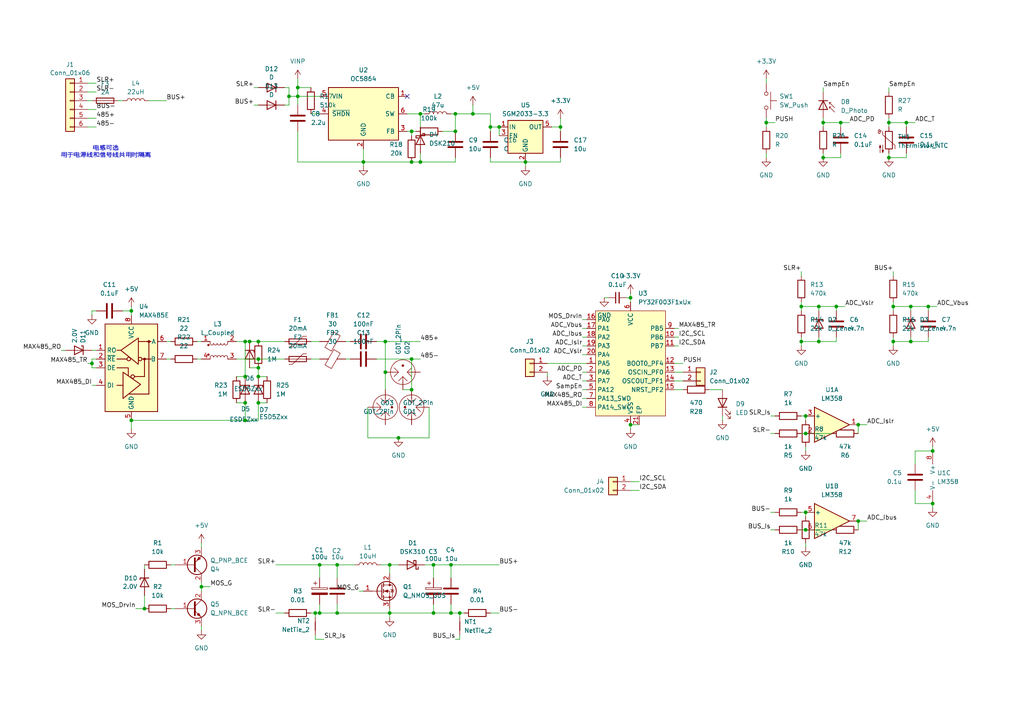
<source format=kicad_sch>
(kicad_sch (version 20231120) (generator "eeschema") (generator_version "8.0")
  (paper "A4")
  (junction (at 257.81 45.72))
  (junction (at 71.12 116.84))
  (junction (at 132.08 38.1))
  (junction (at 74.93 99.06))
  (junction (at 38.1 121.92))
  (junction (at 119.38 38.1))
  (junction (at 137.16 33.02))
  (junction (at 92.71 177.8))
  (junction (at 248.92 151.13))
  (junction (at 257.81 35.56))
  (junction (at 38.1 90.17))
  (junction (at 71.12 121.92))
  (junction (at 119.38 46.99))
  (junction (at 119.38 113.03))
  (junction (at 270.51 130.81))
  (junction (at 26.67 105.41))
  (junction (at 248.92 123.19))
  (junction (at 125.73 163.83))
  (junction (at 72.39 99.06))
  (junction (at 130.81 163.83))
  (junction (at 142.24 36.83))
  (junction (at 111.76 107.95))
  (junction (at 232.41 88.9))
  (junction (at 182.88 123.19))
  (junction (at 233.68 120.65))
  (junction (at 97.79 177.8))
  (junction (at 222.25 35.56))
  (junction (at 242.57 88.9))
  (junction (at 133.35 177.8))
  (junction (at 71.12 99.06))
  (junction (at 162.56 36.83))
  (junction (at 264.16 88.9))
  (junction (at 105.41 46.99))
  (junction (at 237.49 99.06))
  (junction (at 111.76 99.06))
  (junction (at 74.93 116.84))
  (junction (at 41.91 176.53))
  (junction (at 259.08 88.9))
  (junction (at 259.08 99.06))
  (junction (at 91.44 177.8))
  (junction (at 238.76 45.72))
  (junction (at 119.38 104.14))
  (junction (at 233.68 148.59))
  (junction (at 92.71 163.83))
  (junction (at 152.4 46.99))
  (junction (at 113.03 177.8))
  (junction (at 132.08 33.02))
  (junction (at 74.93 106.68))
  (junction (at 125.73 177.8))
  (junction (at 243.84 35.56))
  (junction (at 71.12 109.22))
  (junction (at 269.24 88.9))
  (junction (at 232.41 99.06))
  (junction (at 58.42 170.18))
  (junction (at 233.68 153.67))
  (junction (at 74.93 104.14))
  (junction (at 86.36 27.94))
  (junction (at 264.16 99.06))
  (junction (at 144.78 36.83))
  (junction (at 233.68 125.73))
  (junction (at 182.88 86.36))
  (junction (at 237.49 88.9))
  (junction (at 121.92 46.99))
  (junction (at 238.76 35.56))
  (junction (at 86.36 25.4))
  (junction (at 121.92 33.02))
  (junction (at 270.51 146.05))
  (junction (at 130.81 177.8))
  (junction (at 83.82 27.94))
  (junction (at 262.89 35.56))
  (junction (at 115.57 127))
  (junction (at 97.79 163.83))
  (junction (at 113.03 163.83))
  (junction (at 74.93 109.22))
  (no_connect (at 118.11 27.94))
  (wire (pts (xy 35.56 90.17) (xy 38.1 90.17)))
  (wire (pts (xy 142.24 33.02) (xy 137.16 33.02)))
  (wire (pts (xy 125.73 167.64) (xy 125.73 163.83)))
  (wire (pts (xy 97.79 163.83) (xy 102.87 163.83)))
  (wire (pts (xy 182.88 123.19) (xy 182.88 124.46)))
  (wire (pts (xy 17.78 101.6) (xy 19.05 101.6)))
  (wire (pts (xy 106.68 118.11) (xy 106.68 127)))
  (wire (pts (xy 86.36 38.1) (xy 86.36 46.99)))
  (wire (pts (xy 264.16 88.9) (xy 269.24 88.9)))
  (wire (pts (xy 262.89 35.56) (xy 265.43 35.56)))
  (wire (pts (xy 26.67 105.41) (xy 26.67 106.68)))
  (wire (pts (xy 222.25 35.56) (xy 222.25 36.83)))
  (wire (pts (xy 133.35 179.07) (xy 133.35 177.8)))
  (wire (pts (xy 248.92 151.13) (xy 251.46 151.13)))
  (wire (pts (xy 93.98 185.42) (xy 91.44 185.42)))
  (wire (pts (xy 222.25 44.45) (xy 222.25 45.72)))
  (wire (pts (xy 257.81 36.83) (xy 257.81 35.56)))
  (wire (pts (xy 241.3 153.67) (xy 233.68 153.67)))
  (wire (pts (xy 223.52 125.73) (xy 224.79 125.73)))
  (wire (pts (xy 195.58 105.41) (xy 198.12 105.41)))
  (wire (pts (xy 232.41 125.73) (xy 233.68 125.73)))
  (wire (pts (xy 86.36 46.99) (xy 105.41 46.99)))
  (wire (pts (xy 80.01 163.83) (xy 92.71 163.83)))
  (wire (pts (xy 34.29 29.21) (xy 35.56 29.21)))
  (wire (pts (xy 74.93 104.14) (xy 74.93 106.68)))
  (wire (pts (xy 152.4 46.99) (xy 162.56 46.99)))
  (wire (pts (xy 38.1 121.92) (xy 71.12 121.92)))
  (wire (pts (xy 128.27 38.1) (xy 132.08 38.1)))
  (wire (pts (xy 91.44 179.07) (xy 91.44 177.8)))
  (wire (pts (xy 243.84 35.56) (xy 243.84 36.83)))
  (wire (pts (xy 168.91 115.57) (xy 170.18 115.57)))
  (wire (pts (xy 142.24 38.1) (xy 142.24 36.83)))
  (wire (pts (xy 91.44 177.8) (xy 92.71 177.8)))
  (wire (pts (xy 74.93 116.84) (xy 77.47 116.84)))
  (wire (pts (xy 49.53 104.14) (xy 48.26 104.14)))
  (wire (pts (xy 233.68 130.81) (xy 233.68 129.54)))
  (wire (pts (xy 121.92 33.02) (xy 123.19 33.02)))
  (wire (pts (xy 257.81 44.45) (xy 257.81 45.72)))
  (wire (pts (xy 106.68 127) (xy 115.57 127)))
  (wire (pts (xy 68.58 116.84) (xy 71.12 116.84)))
  (wire (pts (xy 83.82 25.4) (xy 83.82 27.94)))
  (wire (pts (xy 82.55 104.14) (xy 74.93 104.14)))
  (wire (pts (xy 259.08 99.06) (xy 259.08 97.79)))
  (wire (pts (xy 265.43 134.62) (xy 265.43 130.81)))
  (wire (pts (xy 124.46 127) (xy 115.57 127)))
  (wire (pts (xy 80.01 177.8) (xy 82.55 177.8)))
  (wire (pts (xy 86.36 25.4) (xy 90.17 25.4)))
  (wire (pts (xy 118.11 33.02) (xy 121.92 33.02)))
  (wire (pts (xy 73.66 30.48) (xy 74.93 30.48)))
  (wire (pts (xy 168.91 92.71) (xy 170.18 92.71)))
  (wire (pts (xy 111.76 99.06) (xy 111.76 107.95)))
  (wire (pts (xy 130.81 33.02) (xy 132.08 33.02)))
  (wire (pts (xy 176.53 86.36) (xy 175.26 86.36)))
  (wire (pts (xy 238.76 44.45) (xy 238.76 45.72)))
  (wire (pts (xy 198.12 113.03) (xy 195.58 113.03)))
  (wire (pts (xy 86.36 22.86) (xy 86.36 25.4)))
  (wire (pts (xy 142.24 177.8) (xy 144.78 177.8)))
  (wire (pts (xy 86.36 27.94) (xy 86.36 30.48)))
  (wire (pts (xy 233.68 158.75) (xy 233.68 157.48)))
  (wire (pts (xy 243.84 44.45) (xy 243.84 45.72)))
  (wire (pts (xy 71.12 116.84) (xy 71.12 121.92)))
  (wire (pts (xy 242.57 97.79) (xy 242.57 99.06)))
  (wire (pts (xy 262.89 35.56) (xy 262.89 36.83)))
  (wire (pts (xy 130.81 177.8) (xy 125.73 177.8)))
  (wire (pts (xy 133.35 185.42) (xy 132.08 185.42)))
  (wire (pts (xy 58.42 99.06) (xy 57.15 99.06)))
  (wire (pts (xy 97.79 175.26) (xy 97.79 177.8)))
  (wire (pts (xy 195.58 97.79) (xy 196.85 97.79)))
  (wire (pts (xy 142.24 33.02) (xy 142.24 36.83)))
  (wire (pts (xy 237.49 99.06) (xy 232.41 99.06)))
  (wire (pts (xy 68.58 104.14) (xy 74.93 104.14)))
  (wire (pts (xy 137.16 30.48) (xy 137.16 33.02)))
  (wire (pts (xy 86.36 27.94) (xy 92.71 27.94)))
  (wire (pts (xy 110.49 163.83) (xy 113.03 163.83)))
  (wire (pts (xy 168.91 110.49) (xy 170.18 110.49)))
  (wire (pts (xy 26.67 111.76) (xy 27.94 111.76)))
  (wire (pts (xy 265.43 142.24) (xy 265.43 146.05)))
  (wire (pts (xy 91.44 185.42) (xy 91.44 184.15)))
  (wire (pts (xy 222.25 35.56) (xy 224.79 35.56)))
  (wire (pts (xy 232.41 148.59) (xy 233.68 148.59)))
  (wire (pts (xy 232.41 153.67) (xy 233.68 153.67)))
  (wire (pts (xy 113.03 176.53) (xy 113.03 177.8)))
  (wire (pts (xy 152.4 46.99) (xy 152.4 48.26)))
  (wire (pts (xy 259.08 88.9) (xy 259.08 90.17)))
  (wire (pts (xy 168.91 113.03) (xy 170.18 113.03)))
  (wire (pts (xy 232.41 99.06) (xy 232.41 97.79)))
  (wire (pts (xy 232.41 88.9) (xy 232.41 90.17)))
  (wire (pts (xy 270.51 146.05) (xy 270.51 147.32)))
  (wire (pts (xy 262.89 44.45) (xy 262.89 45.72)))
  (wire (pts (xy 264.16 90.17) (xy 264.16 88.9)))
  (wire (pts (xy 119.38 104.14) (xy 119.38 113.03)))
  (wire (pts (xy 130.81 175.26) (xy 130.81 177.8)))
  (wire (pts (xy 105.41 48.26) (xy 105.41 46.99)))
  (wire (pts (xy 237.49 97.79) (xy 237.49 99.06)))
  (wire (pts (xy 243.84 35.56) (xy 246.38 35.56)))
  (wire (pts (xy 232.41 120.65) (xy 233.68 120.65)))
  (wire (pts (xy 133.35 177.8) (xy 134.62 177.8)))
  (wire (pts (xy 223.52 153.67) (xy 224.79 153.67)))
  (wire (pts (xy 111.76 99.06) (xy 121.92 99.06)))
  (wire (pts (xy 72.39 106.68) (xy 74.93 106.68)))
  (wire (pts (xy 223.52 148.59) (xy 224.79 148.59)))
  (wire (pts (xy 68.58 109.22) (xy 71.12 109.22)))
  (wire (pts (xy 121.92 44.45) (xy 121.92 46.99)))
  (wire (pts (xy 25.4 34.29) (xy 27.94 34.29)))
  (wire (pts (xy 162.56 36.83) (xy 160.02 36.83)))
  (wire (pts (xy 38.1 90.17) (xy 38.1 91.44)))
  (wire (pts (xy 58.42 104.14) (xy 57.15 104.14)))
  (wire (pts (xy 25.4 36.83) (xy 27.94 36.83)))
  (wire (pts (xy 162.56 34.29) (xy 162.56 36.83)))
  (wire (pts (xy 58.42 170.18) (xy 60.96 170.18)))
  (wire (pts (xy 233.68 148.59) (xy 233.68 149.86)))
  (wire (pts (xy 100.33 104.14) (xy 101.6 104.14)))
  (wire (pts (xy 27.94 31.75) (xy 25.4 31.75)))
  (wire (pts (xy 248.92 123.19) (xy 251.46 123.19)))
  (wire (pts (xy 92.71 175.26) (xy 92.71 177.8)))
  (wire (pts (xy 100.33 99.06) (xy 101.6 99.06)))
  (wire (pts (xy 158.75 105.41) (xy 170.18 105.41)))
  (wire (pts (xy 168.91 107.95) (xy 170.18 107.95)))
  (wire (pts (xy 90.17 177.8) (xy 91.44 177.8)))
  (wire (pts (xy 113.03 177.8) (xy 113.03 179.07)))
  (wire (pts (xy 82.55 25.4) (xy 83.82 25.4)))
  (wire (pts (xy 121.92 36.83) (xy 121.92 33.02)))
  (wire (pts (xy 259.08 99.06) (xy 259.08 100.33)))
  (wire (pts (xy 142.24 46.99) (xy 152.4 46.99)))
  (wire (pts (xy 74.93 106.68) (xy 74.93 109.22)))
  (wire (pts (xy 104.14 171.45) (xy 105.41 171.45)))
  (wire (pts (xy 27.94 104.14) (xy 26.67 104.14)))
  (wire (pts (xy 123.19 163.83) (xy 125.73 163.83)))
  (wire (pts (xy 168.91 100.33) (xy 170.18 100.33)))
  (wire (pts (xy 181.61 86.36) (xy 182.88 86.36)))
  (wire (pts (xy 109.22 99.06) (xy 111.76 99.06)))
  (wire (pts (xy 144.78 36.83) (xy 144.78 39.37)))
  (wire (pts (xy 26.67 91.44) (xy 26.67 90.17)))
  (wire (pts (xy 222.25 22.86) (xy 222.25 24.13)))
  (wire (pts (xy 182.88 85.09) (xy 182.88 86.36)))
  (wire (pts (xy 71.12 99.06) (xy 71.12 109.22)))
  (wire (pts (xy 257.81 25.4) (xy 257.81 26.67)))
  (wire (pts (xy 137.16 33.02) (xy 132.08 33.02)))
  (wire (pts (xy 162.56 46.99) (xy 162.56 45.72)))
  (wire (pts (xy 182.88 142.24) (xy 185.42 142.24)))
  (wire (pts (xy 58.42 181.61) (xy 58.42 182.88)))
  (wire (pts (xy 238.76 35.56) (xy 243.84 35.56)))
  (wire (pts (xy 41.91 172.72) (xy 41.91 176.53)))
  (wire (pts (xy 41.91 163.83) (xy 41.91 165.1)))
  (wire (pts (xy 158.75 107.95) (xy 158.75 109.22)))
  (wire (pts (xy 38.1 88.9) (xy 38.1 90.17)))
  (wire (pts (xy 74.93 99.06) (xy 82.55 99.06)))
  (wire (pts (xy 241.3 125.73) (xy 233.68 125.73)))
  (wire (pts (xy 242.57 99.06) (xy 237.49 99.06)))
  (wire (pts (xy 248.92 151.13) (xy 248.92 153.67)))
  (wire (pts (xy 195.58 107.95) (xy 198.12 107.95)))
  (wire (pts (xy 74.93 121.92) (xy 71.12 121.92)))
  (wire (pts (xy 72.39 99.06) (xy 74.93 99.06)))
  (wire (pts (xy 74.93 109.22) (xy 77.47 109.22)))
  (wire (pts (xy 195.58 110.49) (xy 198.12 110.49)))
  (wire (pts (xy 232.41 99.06) (xy 232.41 100.33)))
  (wire (pts (xy 182.88 139.7) (xy 185.42 139.7)))
  (wire (pts (xy 119.38 38.1) (xy 119.38 39.37)))
  (wire (pts (xy 168.91 102.87) (xy 170.18 102.87)))
  (wire (pts (xy 119.38 46.99) (xy 105.41 46.99)))
  (wire (pts (xy 49.53 176.53) (xy 50.8 176.53)))
  (wire (pts (xy 132.08 46.99) (xy 121.92 46.99)))
  (wire (pts (xy 26.67 101.6) (xy 27.94 101.6)))
  (wire (pts (xy 142.24 36.83) (xy 144.78 36.83)))
  (wire (pts (xy 133.35 185.42) (xy 133.35 184.15)))
  (wire (pts (xy 130.81 163.83) (xy 125.73 163.83)))
  (wire (pts (xy 242.57 90.17) (xy 242.57 88.9)))
  (wire (pts (xy 259.08 87.63) (xy 259.08 88.9)))
  (wire (pts (xy 83.82 27.94) (xy 86.36 27.94)))
  (wire (pts (xy 182.88 86.36) (xy 182.88 87.63)))
  (wire (pts (xy 38.1 121.92) (xy 38.1 124.46)))
  (wire (pts (xy 90.17 104.14) (xy 92.71 104.14)))
  (wire (pts (xy 124.46 118.11) (xy 124.46 127)))
  (wire (pts (xy 92.71 163.83) (xy 97.79 163.83)))
  (wire (pts (xy 119.38 104.14) (xy 121.92 104.14)))
  (wire (pts (xy 58.42 170.18) (xy 58.42 171.45)))
  (wire (pts (xy 248.92 125.73) (xy 248.92 123.19)))
  (wire (pts (xy 73.66 25.4) (xy 74.93 25.4)))
  (wire (pts (xy 257.81 35.56) (xy 262.89 35.56)))
  (wire (pts (xy 132.08 45.72) (xy 132.08 46.99)))
  (wire (pts (xy 125.73 177.8) (xy 113.03 177.8)))
  (wire (pts (xy 168.91 97.79) (xy 170.18 97.79)))
  (wire (pts (xy 264.16 99.06) (xy 259.08 99.06)))
  (wire (pts (xy 83.82 27.94) (xy 83.82 30.48)))
  (wire (pts (xy 269.24 90.17) (xy 269.24 88.9)))
  (wire (pts (xy 125.73 175.26) (xy 125.73 177.8)))
  (wire (pts (xy 182.88 123.19) (xy 185.42 123.19)))
  (wire (pts (xy 132.08 33.02) (xy 132.08 38.1)))
  (wire (pts (xy 232.41 78.74) (xy 232.41 80.01)))
  (wire (pts (xy 269.24 99.06) (xy 264.16 99.06)))
  (wire (pts (xy 269.24 97.79) (xy 269.24 99.06)))
  (wire (pts (xy 58.42 157.48) (xy 58.42 158.75)))
  (wire (pts (xy 265.43 130.81) (xy 270.51 130.81)))
  (wire (pts (xy 26.67 90.17) (xy 27.94 90.17)))
  (wire (pts (xy 162.56 38.1) (xy 162.56 36.83)))
  (wire (pts (xy 237.49 88.9) (xy 242.57 88.9)))
  (wire (pts (xy 265.43 146.05) (xy 270.51 146.05)))
  (wire (pts (xy 25.4 105.41) (xy 26.67 105.41)))
  (wire (pts (xy 130.81 177.8) (xy 133.35 177.8)))
  (wire (pts (xy 130.81 163.83) (xy 144.78 163.83)))
  (wire (pts (xy 233.68 120.65) (xy 233.68 121.92)))
  (wire (pts (xy 27.94 26.67) (xy 25.4 26.67)))
  (wire (pts (xy 71.12 99.06) (xy 72.39 99.06)))
  (wire (pts (xy 223.52 120.65) (xy 224.79 120.65)))
  (wire (pts (xy 168.91 118.11) (xy 170.18 118.11)))
  (wire (pts (xy 97.79 177.8) (xy 113.03 177.8)))
  (wire (pts (xy 26.67 104.14) (xy 26.67 105.41)))
  (wire (pts (xy 209.55 113.03) (xy 205.74 113.03)))
  (wire (pts (xy 238.76 34.29) (xy 238.76 35.56)))
  (wire (pts (xy 26.67 29.21) (xy 25.4 29.21)))
  (wire (pts (xy 121.92 46.99) (xy 119.38 46.99)))
  (wire (pts (xy 257.81 34.29) (xy 257.81 35.56)))
  (wire (pts (xy 68.58 99.06) (xy 71.12 99.06)))
  (wire (pts (xy 222.25 34.29) (xy 222.25 35.56)))
  (wire (pts (xy 238.76 25.4) (xy 238.76 26.67)))
  (wire (pts (xy 232.41 87.63) (xy 232.41 88.9)))
  (wire (pts (xy 92.71 167.64) (xy 92.71 163.83)))
  (wire (pts (xy 168.91 95.25) (xy 170.18 95.25)))
  (wire (pts (xy 82.55 30.48) (xy 83.82 30.48)))
  (wire (pts (xy 237.49 90.17) (xy 237.49 88.9)))
  (wire (pts (xy 264.16 97.79) (xy 264.16 99.06)))
  (wire (pts (xy 27.94 24.13) (xy 25.4 24.13)))
  (wire (pts (xy 86.36 25.4) (xy 86.36 27.94)))
  (wire (pts (xy 142.24 45.72) (xy 142.24 46.99)))
  (wire (pts (xy 195.58 95.25) (xy 196.85 95.25)))
  (wire (pts (xy 242.57 88.9) (xy 245.11 88.9)))
  (wire (pts (xy 39.37 176.53) (xy 41.91 176.53)))
  (wire (pts (xy 97.79 167.64) (xy 97.79 163.83)))
  (wire (pts (xy 238.76 45.72) (xy 243.84 45.72)))
  (wire (pts (xy 49.53 163.83) (xy 50.8 163.83)))
  (wire (pts (xy 259.08 78.74) (xy 259.08 80.01)))
  (wire (pts (xy 118.11 38.1) (xy 119.38 38.1)))
  (wire (pts (xy 238.76 35.56) (xy 238.76 36.83)))
  (wire (pts (xy 209.55 120.65) (xy 209.55 121.92)))
  (wire (pts (xy 130.81 167.64) (xy 130.81 163.83)))
  (wire (pts (xy 111.76 107.95) (xy 111.76 113.03)))
  (wire (pts (xy 262.89 45.72) (xy 257.81 45.72)))
  (wire (pts (xy 92.71 177.8) (xy 97.79 177.8)))
  (wire (pts (xy 113.03 163.83) (xy 115.57 163.83)))
  (wire (pts (xy 116.84 113.03) (xy 119.38 113.03)))
  (wire (pts (xy 74.93 116.84) (xy 74.93 121.92)))
  (wire (pts (xy 259.08 88.9) (xy 264.16 88.9)))
  (wire (pts (xy 26.67 106.68) (xy 27.94 106.68)))
  (wire (pts (xy 109.22 104.14) (xy 119.38 104.14)))
  (wire (pts (xy 49.53 99.06) (xy 48.26 99.06)))
  (wire (pts (xy 113.03 163.83) (xy 113.03 166.37)))
  (wire (pts (xy 269.24 88.9) (xy 271.78 88.9)))
  (wire (pts (xy 58.42 168.91) (xy 58.42 170.18)))
  (wire (pts (xy 90.17 99.06) (xy 92.71 99.06)))
  (wire (pts (xy 90.17 33.02) (xy 92.71 33.02)))
  (wire (pts (xy 195.58 100.33) (xy 196.85 100.33)))
  (wire (pts (xy 105.41 46.99) (xy 105.41 43.18)))
  (wire (pts (xy 43.18 29.21) (xy 48.26 29.21)))
  (wire (pts (xy 270.51 129.54) (xy 270.51 130.81)))
  (wire (pts (xy 119.38 38.1) (xy 120.65 38.1)))
  (wire (pts (xy 232.41 88.9) (xy 237.49 88.9)))
  (text "电感可选\n用于电源线和信号线共用时隔离" (at 30.734 44.196 0) (effects (font (size 1.27 1.27))))
  (label "MOS_G" (at 104.14 171.45 180))
  (label "ADC_PD" (at 246.38 35.56 0))
  (label "ADC_Ibus" (at 168.91 97.79 180))
  (label "MAX485_TR" (at 196.85 95.25 0))
  (label "MAX485_DI" (at 26.67 111.76 180))
  (label "I2C_SDA" (at 185.42 142.24 0))
  (label "SLR+" (at 27.94 24.13 0))
  (label "BUS_Is" (at 223.52 153.67 180))
  (label "ADC_Ibus" (at 251.46 151.13 0))
  (label "SampEn" (at 168.91 113.03 180))
  (label "PUSH" (at 224.79 35.56 0))
  (label "SampEn" (at 257.81 25.4 0))
  (label "BUS-" (at 223.52 148.59 180))
  (label "SLR-" (at 223.52 125.73 180))
  (label "SLR+" (at 232.41 78.74 180))
  (label "BUS+" (at 144.78 163.83 0))
  (label "SLR+" (at 73.66 25.4 180))
  (label "BUS+" (at 73.66 30.48 180))
  (label "PUSH" (at 198.12 105.41 0))
  (label "485-" (at 121.92 104.14 0))
  (label "485-" (at 27.94 36.83 0))
  (label "MAX485_TR" (at 25.4 105.41 180))
  (label "SLR_Is" (at 223.52 120.65 180))
  (label "BUS-" (at 27.94 31.75 0))
  (label "ADC_Vbus" (at 271.78 88.9 0))
  (label "BUS-" (at 144.78 177.8 0))
  (label "ADC_T" (at 265.43 35.56 0))
  (label "485+" (at 27.94 34.29 0))
  (label "MOS_DrvIn" (at 168.91 92.71 180))
  (label "MOS_DrvIn" (at 39.37 176.53 180))
  (label "SLR-" (at 27.94 26.67 0))
  (label "ADC_Vslr" (at 245.11 88.9 0))
  (label "485+" (at 121.92 99.06 0))
  (label "ADC_Islr" (at 168.91 100.33 180))
  (label "BUS+" (at 259.08 78.74 180))
  (label "SLR-" (at 80.01 177.8 180))
  (label "ADC_Vslr" (at 168.91 102.87 180))
  (label "MOS_G" (at 60.96 170.18 0))
  (label "ADC_Vbus" (at 168.91 95.25 180))
  (label "MAX485_RO" (at 168.91 115.57 180))
  (label "MAX485_DI" (at 168.91 118.11 180))
  (label "ADC_PD" (at 168.91 107.95 180))
  (label "BUS+" (at 48.26 29.21 0))
  (label "I2C_SCL" (at 185.42 139.7 0))
  (label "I2C_SCL" (at 196.85 97.79 0))
  (label "SLR+" (at 80.01 163.83 180))
  (label "SampEn" (at 238.76 25.4 0))
  (label "BUS_Is" (at 132.08 185.42 180))
  (label "MAX485_RO" (at 17.78 101.6 180))
  (label "ADC_Islr" (at 251.46 123.19 0))
  (label "I2C_SDA" (at 196.85 100.33 0))
  (label "SLR_Is" (at 93.98 185.42 0))
  (label "ADC_T" (at 168.91 110.49 180))
  (symbol (lib_id "Device:R") (at 259.08 83.82 0) (unit 1)
    (property "Reference" "R15" (at 261.62 82.5499 0) (effects (justify left)))
    (property "Value" "470k" (at 261.62 85.0899 0) (effects (justify left)))
    (property "Footprint" "Resistor_SMD:R_0603_1608Metric" (effects (hide yes)))
    (property "Description" "Resistor" (effects (hide yes)))
  )
  (symbol (lib_id "Device:D_Zener") (at 237.49 93.98 270) (unit 1)
    (property "Reference" "D2" (at 240.03 92.7099 90) (effects (justify left)))
    (property "Value" "D_Zener" (at 240.03 95.2499 90) (effects (justify left)))
    (property "Footprint" "Diode_SMD:D_SOD-523" (effects (hide yes)))
    (property "Description" "Zener diode" (effects (hide yes)))
  )
  (symbol (lib_id "Amplifier_Operational:LM358") (at 241.3 151.13 0) (unit 2)
    (property "Reference" "U1" (at 241.3 140.97 0))
    (property "Value" "LM358" (at 241.3 143.51 0))
    (property "Footprint" "Package_SO:SOP-8_3.9x4.9mm_P1.27mm" (effects (hide yes)))
    (property "Datasheet" "http://www.ti.com/lit/ds/symlink/lm2904-n.pdf" (effects (hide yes)))
    (property "Description" "Low-Power, Dual Operational Amplifiers, DIP-8/SOIC-8/TO-99-8" (effects (hide yes)))
  )
  (symbol (lib_id "Device:R") (at 232.41 93.98 0) (unit 1)
    (property "Reference" "R14" (at 234.95 92.7099 0) (effects (justify left)))
    (property "Value" "22k" (at 234.95 95.2499 0) (effects (justify left)))
    (property "Footprint" "Resistor_SMD:R_0402_1005Metric" (effects (hide yes)))
    (property "Description" "Resistor" (effects (hide yes)))
  )
  (symbol (lib_id "power:GND") (at 38.1 124.46 0) (unit 1)
    (property "Reference" "#PWR20" (effects (hide yes)))
    (property "Value" "GND" (at 38.1 129.54 0))
    (property "Description" "Power symbol creates a global label with name \"GND\" , ground" (effects (hide yes)))
  )
  (symbol (lib_id "Device:C") (at 130.81 171.45 0) (unit 1)
    (property "Reference" "C4" (at 129.286 159.512 0) (effects (justify left)))
    (property "Value" "10u" (at 129.032 162.052 0) (effects (justify left)))
    (property "Footprint" "Capacitor_SMD:C_1210_3225Metric" (effects (hide yes)))
    (property "Description" "Unpolarized capacitor" (effects (hide yes)))
  )
  (symbol (lib_id "Device:D") (at 78.74 25.4 180) (unit 1)
    (property "Reference" "D12" (at 78.74 19.9855 0))
    (property "Value" "D" (at 78.74 22.4098 0))
    (property "Footprint" "Diode_SMD:D_SOD-123F" (effects (hide yes)))
    (property "Description" "Diode" (effects (hide yes)))
    (property "Sim.Device" "D" (effects (hide yes)))
    (property "Sim.Pins" "1=K 2=A" (effects (hide yes)))
  )
  (symbol (lib_id "Device:NetTie_2") (at 133.35 181.61 90) (unit 1) (in_bom no)
    (property "Reference" "NT1" (at 134.62 180.3399 90) (effects (justify right)))
    (property "Value" "NetTie_2" (at 134.62 182.8799 90) (effects (justify right)))
    (property "Footprint" "NetTie:NetTie-2_SMD_Pad0.5mm" (effects (hide yes)))
    (property "Description" "Net tie, 2 pins" (effects (hide yes)))
  )
  (symbol (lib_id "Device:L_Coupled_1243") (at 63.5 101.6 0) (unit 1)
    (property "Reference" "L3" (at 63.119 93.98 0))
    (property "Value" "L_Coupled" (at 63.119 96.52 0))
    (property "Footprint" "Inductor_SMD:L_CommonModeChoke_Coilcraft_1812CAN" (effects (hide yes)))
    (property "Description" "Coupled inductor" (effects (hide yes)))
  )
  (symbol (lib_id "Device:C") (at 105.41 104.14 90) (unit 1)
    (property "Reference" "C13" (at 105.41 96.52 90))
    (property "Value" "100nF" (at 105.41 99.06 90))
    (property "Footprint" "Capacitor_SMD:C_0603_1608Metric" (effects (hide yes)))
    (property "Description" "Unpolarized capacitor" (effects (hide yes)))
  )
  (symbol (lib_id "power:GND") (at 222.25 45.72 0) (unit 1)
    (property "Reference" "#PWR18" (effects (hide yes)))
    (property "Value" "GND" (at 222.25 50.8 0))
    (property "Description" "Power symbol creates a global label with name \"GND\" , ground" (effects (hide yes)))
  )
  (symbol (lib_id "Device:R") (at 124.46 38.1 90) (unit 1)
    (property "Reference" "R19" (at 124.46 31.75 90))
    (property "Value" "100k" (at 124.46 34.29 90))
    (property "Footprint" "Resistor_SMD:R_0402_1005Metric" (effects (hide yes)))
    (property "Description" "Resistor" (effects (hide yes)))
  )
  (symbol (lib_id "Device:C") (at 31.75 90.17 90) (unit 1)
    (property "Reference" "C11" (at 31.75 82.55 90))
    (property "Value" "0.1uF" (at 31.75 85.09 90))
    (property "Footprint" "Capacitor_SMD:C_0603_1608Metric" (effects (hide yes)))
    (property "Description" "Unpolarized capacitor" (effects (hide yes)))
  )
  (symbol (lib_id "Device:C") (at 132.08 41.91 0) (unit 1)
    (property "Reference" "C9" (at 135.89 40.6399 0) (effects (justify left)))
    (property "Value" "10u" (at 135.89 43.1799 0) (effects (justify left)))
    (property "Footprint" "Capacitor_SMD:C_0805_2012Metric" (effects (hide yes)))
    (property "Description" "Unpolarized capacitor" (effects (hide yes)))
  )
  (symbol (lib_id "Device:FerriteBead") (at 96.52 99.06 90) (unit 1)
    (property "Reference" "FB1" (at 96.4692 91.44 90))
    (property "Value" "30" (at 96.4692 93.98 90))
    (property "Footprint" "Inductor_SMD:L_0603_1608Metric" (effects (hide yes)))
    (property "Description" "Ferrite bead" (effects (hide yes)))
  )
  (symbol (lib_id "Device:R") (at 74.93 102.87 0) (unit 1)
    (property "Reference" "R24" (at 77.47 101.5999 0) (effects (justify left)))
    (property "Value" "1M" (at 77.47 104.1399 0) (effects (justify left)))
    (property "Footprint" "Resistor_SMD:R_0603_1608Metric" (effects (hide yes)))
    (property "Description" "Resistor" (effects (hide yes)))
  )
  (symbol (lib_id "power:GND") (at 238.76 45.72 0) (unit 1)
    (property "Reference" "#PWR22" (effects (hide yes)))
    (property "Value" "GND" (at 238.76 50.8 0))
    (property "Description" "Power symbol creates a global label with name \"GND\" , ground" (effects (hide yes)))
  )
  (symbol (lib_id "Device:Q_NMOS_GDS") (at 110.49 171.45 0) (unit 1)
    (property "Reference" "Q1" (at 116.84 170.1799 0) (effects (justify left)))
    (property "Value" "Q_NMOS_GDS" (at 116.84 172.7199 0) (effects (justify left)))
    (property "Footprint" "Package_TO_SOT_SMD:SOT-23" (effects (hide yes)))
    (property "Description" "N-MOSFET transistor, gate/drain/source" (effects (hide yes)))
  )
  (symbol (lib_id "Amplifier_Operational:LM358") (at 241.3 123.19 0) (unit 1)
    (property "Reference" "U1" (at 241.3 113.03 0))
    (property "Value" "LM358" (at 241.3 115.57 0))
    (property "Footprint" "Package_SO:SOP-8_3.9x4.9mm_P1.27mm" (effects (hide yes)))
    (property "Datasheet" "http://www.ti.com/lit/ds/symlink/lm2904-n.pdf" (effects (hide yes)))
    (property "Description" "Low-Power, Dual Operational Amplifiers, DIP-8/SOIC-8/TO-99-8" (effects (hide yes)))
  )
  (symbol (lib_id "Device:R") (at 138.43 177.8 90) (unit 1)
    (property "Reference" "R4" (at 138.43 171.45 90))
    (property "Value" "0.01" (at 138.43 173.99 90))
    (property "Footprint" "Resistor_SMD:R_1206_3216Metric" (effects (hide yes)))
    (property "Description" "Resistor" (effects (hide yes)))
  )
  (symbol (lib_id "Device:R") (at 77.47 113.03 0) (unit 1)
    (property "Reference" "R25" (at 80.01 111.7599 0) (effects (justify left)))
    (property "Value" "1M" (at 80.01 114.2999 0) (effects (justify left)))
    (property "Footprint" "Resistor_SMD:R_0603_1608Metric" (effects (hide yes)))
    (property "Description" "Resistor" (effects (hide yes)))
  )
  (symbol (lib_id "power:+3.3V") (at 162.56 34.29 0) (unit 1)
    (property "Reference" "#PWR26" (effects (hide yes)))
    (property "Value" "+3.3V" (at 162.56 29.21 0))
    (property "Description" "Power symbol creates a global label with name \"+3.3V\"" (effects (hide yes)))
  )
  (symbol (lib_id "Device:L") (at 106.68 163.83 90) (unit 1)
    (property "Reference" "L1" (at 106.68 158.75 90))
    (property "Value" "10uH" (at 106.68 161.29 90))
    (property "Footprint" "Inductor_SMD:L_APV_APH0630" (effects (hide yes)))
    (property "Description" "Inductor" (effects (hide yes)))
  )
  (symbol (lib_id "Device:GDT_3Pin") (at 116.84 107.95 270) (mirror x) (unit 1)
    (property "Reference" "GD2" (at 118.1101 102.87 0) (effects (justify left)))
    (property "Value" "GDT_2Pin" (at 115.5701 102.87 0) (effects (justify left)))
    (property "Footprint" "Capacitor_SMD:C_1206_3216Metric" (effects (hide yes)))
    (property "Description" "Gas Discharge Tube with 3 Pins" (effects (hide yes)))
  )
  (symbol (lib_id "power:GND") (at 182.88 124.46 0) (unit 1)
    (property "Reference" "#PWR15" (effects (hide yes)))
    (property "Value" "GND" (at 182.88 129.54 0))
    (property "Description" "Power symbol creates a global label with name \"GND\" , ground" (effects (hide yes)))
  )
  (symbol (lib_id "Device:R") (at 232.41 83.82 0) (unit 1)
    (property "Reference" "R13" (at 234.95 82.5499 0) (effects (justify left)))
    (property "Value" "470k" (at 234.95 85.0899 0) (effects (justify left)))
    (property "Footprint" "Resistor_SMD:R_0603_1608Metric" (effects (hide yes)))
    (property "Description" "Resistor" (effects (hide yes)))
  )
  (symbol (lib_id "Device:Thermistor_NTC") (at 257.81 40.64 0) (unit 1)
    (property "Reference" "TH1" (at 260.35 39.6874 0) (effects (justify left)))
    (property "Value" "Thermistor_NTC" (at 260.35 42.2274 0) (effects (justify left)))
    (property "Footprint" "Resistor_SMD:R_0805_2012Metric" (effects (hide yes)))
    (property "Description" "Temperature dependent resistor, negative temperature coefficient" (effects (hide yes)))
  )
  (symbol (lib_id "power:+5V") (at 58.42 157.48 0) (unit 1)
    (property "Reference" "#PWR2" (effects (hide yes)))
    (property "Value" "+5V" (at 58.42 152.4 0))
    (property "Description" "Power symbol creates a global label with name \"+5V\"" (effects (hide yes)))
  )
  (symbol (lib_id "Device:Fuse") (at 30.48 29.21 90) (unit 1)
    (property "Reference" "F3" (at 30.48 24.3035 90))
    (property "Value" "2A" (at 30.48 26.7278 90))
    (property "Footprint" "Fuse:Fuse_1206_3216Metric" (effects (hide yes)))
    (property "Description" "Fuse" (effects (hide yes)))
  )
  (symbol (lib_id "Device:R") (at 45.72 163.83 90) (unit 1)
    (property "Reference" "R1" (at 45.72 157.48 90))
    (property "Value" "10k" (at 45.72 160.02 90))
    (property "Footprint" "Resistor_SMD:R_0402_1005Metric" (effects (hide yes)))
    (property "Description" "Resistor" (effects (hide yes)))
  )
  (symbol (lib_id "Device:Q_PNP_BCE") (at 55.88 163.83 0) (mirror x) (unit 1)
    (property "Reference" "Q4" (at 60.96 165.1001 0) (effects (justify left)))
    (property "Value" "Q_PNP_BCE" (at 60.96 162.5601 0) (effects (justify left)))
    (property "Footprint" "Package_TO_SOT_SMD:SOT-23" (effects (hide yes)))
    (property "Description" "PNP transistor, base/collector/emitter" (effects (hide yes)))
  )
  (symbol (lib_id "Device:R") (at 53.34 99.06 90) (unit 1)
    (property "Reference" "R21" (at 53.34 92.71 90))
    (property "Value" "22" (at 53.34 95.25 90))
    (property "Footprint" "Resistor_SMD:R_0603_1608Metric" (effects (hide yes)))
    (property "Description" "Resistor" (effects (hide yes)))
  )
  (symbol (lib_id "Device:R") (at 228.6 120.65 90) (unit 1)
    (property "Reference" "R7" (at 228.6 114.3 90))
    (property "Value" "1k" (at 228.6 116.84 90))
    (property "Footprint" "Resistor_SMD:R_0402_1005Metric" (effects (hide yes)))
    (property "Description" "Resistor" (effects (hide yes)))
  )
  (symbol (lib_id "Device:GDT_3Pin") (at 119.38 118.11 180) (unit 1)
    (property "Reference" "GD3" (at 114.3 116.8399 0) (effects (justify left)))
    (property "Value" "GDT_2Pin" (at 114.3 119.3799 0) (effects (justify left)))
    (property "Footprint" "Capacitor_SMD:C_1206_3216Metric" (effects (hide yes)))
    (property "Description" "Gas Discharge Tube with 3 Pins" (effects (hide yes)))
  )
  (symbol (lib_id "Device:LED") (at 209.55 116.84 90) (unit 1)
    (property "Reference" "D9" (at 213.36 117.1574 90) (effects (justify right)))
    (property "Value" "LED" (at 213.36 119.6974 90) (effects (justify right)))
    (property "Footprint" "LED_SMD:LED_0603_1608Metric" (effects (hide yes)))
    (property "Description" "Light emitting diode" (effects (hide yes)))
  )
  (symbol (lib_id "power:GND") (at 26.67 91.44 0) (unit 1)
    (property "Reference" "#PWR16" (effects (hide yes)))
    (property "Value" "GND" (at 26.67 96.52 0))
    (property "Description" "Power symbol creates a global label with name \"GND\" , ground" (effects (hide yes)))
  )
  (symbol (lib_id "Device:R") (at 45.72 176.53 90) (unit 1)
    (property "Reference" "R2" (at 45.72 170.18 90))
    (property "Value" "10k" (at 45.72 172.72 90))
    (property "Footprint" "Resistor_SMD:R_0402_1005Metric" (effects (hide yes)))
    (property "Description" "Resistor" (effects (hide yes)))
  )
  (symbol (lib_id "Device:R") (at 257.81 30.48 0) (unit 1)
    (property "Reference" "R27" (at 260.35 29.2099 0) (effects (justify left)))
    (property "Value" "R" (at 260.35 31.7499 0) (effects (justify left)))
    (property "Footprint" "Resistor_SMD:R_0402_1005Metric" (effects (hide yes)))
    (property "Description" "Resistor" (effects (hide yes)))
  )
  (symbol (lib_id "power:GND") (at 209.55 121.92 0) (unit 1)
    (property "Reference" "#PWR24" (effects (hide yes)))
    (property "Value" "GND" (at 209.55 127 0))
    (property "Description" "Power symbol creates a global label with name \"GND\" , ground" (effects (hide yes)))
  )
  (symbol (lib_id "Device:R") (at 228.6 153.67 90) (mirror x) (unit 1)
    (property "Reference" "R10" (at 228.6 160.02 90))
    (property "Value" "1k" (at 228.6 157.48 90))
    (property "Footprint" "Resistor_SMD:R_0402_1005Metric" (effects (hide yes)))
    (property "Description" "Resistor" (effects (hide yes)))
  )
  (symbol (lib_id "Device:R") (at 86.36 177.8 90) (unit 1)
    (property "Reference" "R3" (at 86.36 171.45 90))
    (property "Value" "0.01" (at 86.36 173.99 90))
    (property "Footprint" "Resistor_SMD:R_1206_3216Metric" (effects (hide yes)))
    (property "Description" "Resistor" (effects (hide yes)))
  )
  (symbol (lib_id "power:+3.3V") (at 222.25 22.86 0) (unit 1)
    (property "Reference" "#PWR17" (effects (hide yes)))
    (property "Value" "+3.3V" (at 222.25 17.78 0))
    (property "Description" "Power symbol creates a global label with name \"+3.3V\"" (effects (hide yes)))
  )
  (symbol (lib_id "Device:D_Zener") (at 264.16 93.98 270) (unit 1)
    (property "Reference" "D3" (at 266.7 92.7099 90) (effects (justify left)))
    (property "Value" "D_Zener" (at 266.7 95.2499 90) (effects (justify left)))
    (property "Footprint" "Diode_SMD:D_SOD-523" (effects (hide yes)))
    (property "Description" "Zener diode" (effects (hide yes)))
  )
  (symbol (lib_id "power:GND") (at 158.75 109.22 0) (unit 1)
    (property "Reference" "#PWR27" (effects (hide yes)))
    (property "Value" "GND" (at 158.75 114.3 0))
    (property "Description" "Power symbol creates a global label with name \"GND\" , ground" (effects (hide yes)))
  )
  (symbol (lib_id "Regulator_Linear:TLV70033_SOT23-5") (at 152.4 39.37 0) (unit 1)
    (property "Reference" "U5" (at 152.4 30.48 0))
    (property "Value" "SGM2033-3.3" (at 152.4 33.02 0))
    (property "Footprint" "Package_TO_SOT_SMD:SOT-23-5" (effects (hide yes)))
    (property "Datasheet" "http://www.ti.com/lit/ds/symlink/tlv700.pdf" (effects (hide yes)))
    (property "Description" "200mA Low Dropout Voltage Regulator, Fixed Output 3.3V, SOT-23-5" (effects (hide yes)))
  )
  (symbol (lib_id "Amplifier_Operational:LM358") (at 273.05 138.43 0) (unit 3)
    (property "Reference" "U1" (at 271.78 137.1599 0) (effects (justify left)))
    (property "Value" "LM358" (at 271.78 139.6999 0) (effects (justify left)))
    (property "Footprint" "Package_SO:SOP-8_3.9x4.9mm_P1.27mm" (effects (hide yes)))
    (property "Datasheet" "http://www.ti.com/lit/ds/symlink/lm2904-n.pdf" (effects (hide yes)))
    (property "Description" "Low-Power, Dual Operational Amplifiers, DIP-8/SOIC-8/TO-99-8" (effects (hide yes)))
  )
  (symbol (lib_id "power:GND") (at 233.68 158.75 0) (unit 1)
    (property "Reference" "#PWR5" (effects (hide yes)))
    (property "Value" "GND" (at 233.68 163.83 0))
    (property "Description" "Power symbol creates a global label with name \"GND\" , ground" (effects (hide yes)))
  )
  (symbol (lib_id "Device:D_Schottky") (at 119.38 163.83 180) (unit 1)
    (property "Reference" "D1" (at 119.6975 157.48 0))
    (property "Value" "DSK310" (at 119.6975 160.02 0))
    (property "Footprint" "Diode_SMD:D_SOD-123F" (effects (hide yes)))
    (property "Description" "Schottky diode" (effects (hide yes)))
  )
  (symbol (lib_id "Device:C") (at 142.24 41.91 0) (unit 1)
    (property "Reference" "C16" (at 146.05 40.6399 0) (effects (justify left)))
    (property "Value" "C" (at 146.05 43.1799 0) (effects (justify left)))
    (property "Footprint" "Capacitor_SMD:C_0805_2012Metric" (effects (hide yes)))
    (property "Description" "Unpolarized capacitor" (effects (hide yes)))
  )
  (symbol (lib_id "Diode:ESD5Zxx") (at 72.39 102.87 270) (unit 1)
    (property "Reference" "D6" (at 71.12 109.728 90) (effects (justify left)))
    (property "Value" "ESD5Zxx" (at 67.818 112.776 90) (effects (justify left)))
    (property "Footprint" "Diode_SMD:D_SOD-323" (effects (hide yes)))
    (property "Datasheet" "https://www.onsemi.com/pdf/datasheet/esd5z2.5t1-d.pdf" (effects (hide yes)))
    (property "Description" "ESD Protection Diode, SOD-523" (effects (hide yes)))
  )
  (symbol (lib_id "power:GND") (at 257.81 45.72 0) (unit 1)
    (property "Reference" "#PWR23" (effects (hide yes)))
    (property "Value" "GND" (at 257.81 50.8 0))
    (property "Description" "Power symbol creates a global label with name \"GND\" , ground" (effects (hide yes)))
  )
  (symbol (lib_id "Device:R") (at 201.93 113.03 90) (mirror x) (unit 1)
    (property "Reference" "R28" (at 201.93 119.38 90))
    (property "Value" "470" (at 201.93 116.84 90))
    (property "Footprint" "Resistor_SMD:R_0402_1005Metric" (effects (hide yes)))
    (property "Description" "Resistor" (effects (hide yes)))
  )
  (symbol (lib_id "Device:C") (at 262.89 40.64 0) (unit 1)
    (property "Reference" "C15" (at 266.7 39.3699 0) (effects (justify left)))
    (property "Value" "0.1uF" (at 266.7 41.9099 0) (effects (justify left)))
    (property "Footprint" "Capacitor_SMD:C_0402_1005Metric" (effects (hide yes)))
    (property "Description" "Unpolarized capacitor" (effects (hide yes)))
  )
  (symbol (lib_id "Device:Polyfuse") (at 86.36 99.06 90) (unit 1)
    (property "Reference" "F1" (at 86.36 92.71 90))
    (property "Value" "20mA" (at 86.36 95.25 90))
    (property "Footprint" "Fuse:Fuse_0603_1608Metric" (effects (hide yes)))
    (property "Description" "Resettable fuse, polymeric positive temperature coefficient" (effects (hide yes)))
  )
  (symbol (lib_id "Device:C") (at 162.56 41.91 0) (unit 1)
    (property "Reference" "C17" (at 166.37 40.6399 0) (effects (justify left)))
    (property "Value" "10u" (at 166.37 43.1799 0) (effects (justify left)))
    (property "Footprint" "Capacitor_SMD:C_0805_2012Metric" (effects (hide yes)))
    (property "Description" "Unpolarized capacitor" (effects (hide yes)))
  )
  (symbol (lib_id "Device:R") (at 68.58 113.03 0) (mirror y) (unit 1)
    (property "Reference" "R23" (at 66.04 111.7599 0) (effects (justify left)))
    (property "Value" "1M" (at 66.04 114.2999 0) (effects (justify left)))
    (property "Footprint" "Resistor_SMD:R_0603_1608Metric" (effects (hide yes)))
    (property "Description" "Resistor" (effects (hide yes)))
  )
  (symbol (lib_id "Connector_Generic:Conn_01x02") (at 203.2 107.95 0) (unit 1)
    (property "Reference" "J2" (at 205.74 107.9499 0) (effects (justify left)))
    (property "Value" "Conn_01x02" (at 205.74 110.4899 0) (effects (justify left)))
    (property "Footprint" "Resistor_SMD:R_0603_1608Metric" (effects (hide yes)))
    (property "Description" "Generic connector, single row, 01x02, script generated (kicad-library-utils/schlib/autogen/connector/)" (effects (hide yes)))
  )
  (symbol (lib_id "Device:C") (at 86.36 34.29 180) (unit 1)
    (property "Reference" "C8" (at 90.17 33.0199 0) (effects (justify right)))
    (property "Value" "2.2u" (at 90.17 35.5599 0) (effects (justify right)))
    (property "Footprint" "Capacitor_SMD:C_0805_2012Metric" (effects (hide yes)))
    (property "Description" "Unpolarized capacitor" (effects (hide yes)))
  )
  (symbol (lib_id "power:+5V") (at 270.51 129.54 0) (unit 1)
    (property "Reference" "#PWR6" (effects (hide yes)))
    (property "Value" "+5V" (at 270.51 124.46 0))
    (property "Description" "Power symbol creates a global label with name \"+5V\"" (effects (hide yes)))
  )
  (symbol (lib_id "Device:Q_NPN_BCE") (at 55.88 176.53 0) (unit 1)
    (property "Reference" "Q5" (at 60.96 175.2599 0) (effects (justify left)))
    (property "Value" "Q_NPN_BCE" (at 60.96 177.7999 0) (effects (justify left)))
    (property "Footprint" "Package_TO_SOT_SMD:SOT-23" (effects (hide yes)))
    (property "Description" "NPN transistor, base/collector/emitter" (effects (hide yes)))
  )
  (symbol (lib_id "Switch:SW_Push") (at 222.25 29.21 270) (unit 1)
    (property "Reference" "SW1" (at 226.06 27.9399 90) (effects (justify left)))
    (property "Value" "SW_Push" (at 226.06 30.4799 90) (effects (justify left)))
    (property "Footprint" "Button_Switch_SMD:SW_Push_SPST_NO_Alps_SKRK" (effects (hide yes)))
    (property "Description" "Push button switch, generic, two pins" (effects (hide yes)))
  )
  (symbol (lib_id "Device:R") (at 228.6 148.59 90) (unit 1)
    (property "Reference" "R9" (at 228.6 142.24 90))
    (property "Value" "1k" (at 228.6 144.78 90))
    (property "Footprint" "Resistor_SMD:R_0402_1005Metric" (effects (hide yes)))
    (property "Description" "Resistor" (effects (hide yes)))
  )
  (symbol (lib_id "Diode:ESD5Zxx") (at 71.12 113.03 270) (unit 1)
    (property "Reference" "D5" (at 69.85 118.618 90) (effects (justify left)))
    (property "Value" "ESD5Zxx" (at 66.548 121.666 90) (effects (justify left)))
    (property "Footprint" "Diode_SMD:D_SOD-323" (effects (hide yes)))
    (property "Datasheet" "https://www.onsemi.com/pdf/datasheet/esd5z2.5t1-d.pdf" (effects (hide yes)))
    (property "Description" "ESD Protection Diode, SOD-523" (effects (hide yes)))
  )
  (symbol (lib_id "Device:D_Photo") (at 238.76 31.75 270) (unit 1)
    (property "Reference" "D8" (at 243.84 29.5274 90) (effects (justify left)))
    (property "Value" "D_Photo" (at 243.84 32.0674 90) (effects (justify left)))
    (property "Footprint" "Diode_SMD:D_0805_2012Metric" (effects (hide yes)))
    (property "Description" "Photodiode" (effects (hide yes)))
  )
  (symbol (lib_id "power:+5V") (at 38.1 88.9 0) (unit 1)
    (property "Reference" "#PWR19" (effects (hide yes)))
    (property "Value" "+5V" (at 38.1 83.82 0))
    (property "Description" "Power symbol creates a global label with name \"+5V\"" (effects (hide yes)))
  )
  (symbol (lib_id "Device:C") (at 242.57 93.98 0) (unit 1)
    (property "Reference" "C6" (at 246.38 92.7099 0) (effects (justify left)))
    (property "Value" "4.7n" (at 246.38 95.2499 0) (effects (justify left)))
    (property "Footprint" "Capacitor_SMD:C_0402_1005Metric" (effects (hide yes)))
    (property "Description" "Unpolarized capacitor" (effects (hide yes)))
  )
  (symbol (lib_id "Connector_Generic:Conn_01x02") (at 153.67 105.41 0) (mirror y) (unit 1)
    (property "Reference" "J3" (at 153.67 99.06 0))
    (property "Value" "Conn_01x02" (at 153.67 101.6 0))
    (property "Footprint" "Resistor_SMD:R_0603_1608Metric" (effects (hide yes)))
    (property "Description" "Generic connector, single row, 01x02, script generated (kicad-library-utils/schlib/autogen/connector/)" (effects (hide yes)))
  )
  (symbol (lib_id "Device:R") (at 228.6 125.73 90) (mirror x) (unit 1)
    (property "Reference" "R5" (at 228.6 132.08 90))
    (property "Value" "1k" (at 228.6 129.54 90))
    (property "Footprint" "Resistor_SMD:R_0402_1005Metric" (effects (hide yes)))
    (property "Description" "Resistor" (effects (hide yes)))
  )
  (symbol (lib_id "Device:R") (at 119.38 43.18 0) (mirror x) (unit 1)
    (property "Reference" "R18" (at 116.84 41.9099 0) (effects (justify right)))
    (property "Value" "20k" (at 116.84 44.4499 0) (effects (justify right)))
    (property "Footprint" "Resistor_SMD:R_0402_1005Metric" (effects (hide yes)))
    (property "Description" "Resistor" (effects (hide yes)))
  )
  (symbol (lib_id "Device:C") (at 105.41 99.06 90) (unit 1)
    (property "Reference" "C12" (at 105.41 91.44 90))
    (property "Value" "100nF" (at 105.41 93.98 90))
    (property "Footprint" "Capacitor_SMD:C_0603_1608Metric" (effects (hide yes)))
    (property "Description" "Unpolarized capacitor" (effects (hide yes)))
  )
  (symbol (lib_id "Device:D") (at 78.74 30.48 180) (unit 1)
    (property "Reference" "D13" (at 78.74 25.0655 0))
    (property "Value" "D" (at 78.74 27.4898 0))
    (property "Footprint" "Diode_SMD:D_SOD-123F" (effects (hide yes)))
    (property "Description" "Diode" (effects (hide yes)))
    (property "Sim.Device" "D" (effects (hide yes)))
    (property "Sim.Pins" "1=K 2=A" (effects (hide yes)))
  )
  (symbol (lib_id "Interface_UART:MAX485E") (at 38.1 106.68 0) (unit 1)
    (property "Reference" "U4" (at 40.2941 88.9 0) (effects (justify left)))
    (property "Value" "MAX485E" (at 40.2941 91.44 0) (effects (justify left)))
    (property "Footprint" "Package_SO:SOIC-8_3.9x4.9mm_P1.27mm" (effects (hide yes)))
    (property "Datasheet" "https://datasheets.maximintegrated.com/en/ds/MAX1487E-MAX491E.pdf" (effects (hide yes)))
    (property "Description" "Half duplex RS-485/RS-422, 2.5 Mbps, ±15kV electro-static discharge (ESD) protection, no slew-rate, no low-power shutdown, with receiver/driver enable, 32 receiver drive capability, DIP-8 and SOIC-8" (effects (hide yes)))
  )
  (symbol (lib_id "Connector_Generic:Conn_01x02") (at 177.8 139.7 0) (mirror y) (unit 1)
    (property "Reference" "J4" (at 175.26 139.6999 0) (effects (justify left)))
    (property "Value" "Conn_01x02" (at 175.26 142.2399 0) (effects (justify left)))
    (property "Footprint" "Resistor_SMD:R_0603_1608Metric" (effects (hide yes)))
    (property "Description" "Generic connector, single row, 01x02, script generated (kicad-library-utils/schlib/autogen/connector/)" (effects (hide yes)))
  )
  (symbol (lib_id "power:+3.3V") (at 182.88 85.09 0) (unit 1)
    (property "Reference" "#PWR14" (effects (hide yes)))
    (property "Value" "+3.3V" (at 182.88 80.01 0))
    (property "Description" "Power symbol creates a global label with name \"+3.3V\"" (effects (hide yes)))
  )
  (symbol (lib_id "Connector_Generic:Conn_01x06") (at 20.32 29.21 0) (mirror y) (unit 1)
    (property "Reference" "J1" (at 20.32 18.7155 0))
    (property "Value" "Conn_01x06" (at 20.32 21.1398 0))
    (property "Footprint" "TerminalBlock:TerminalBlock_bornier-6_P5.08mm" (effects (hide yes)))
    (property "Description" "Generic connector, single row, 01x06, script generated (kicad-library-utils/schlib/autogen/connector/)" (effects (hide yes)))
  )
  (symbol (lib_id "Device:D_Zener") (at 22.86 101.6 0) (mirror y) (unit 1)
    (property "Reference" "D11" (at 24.0722 99.568 90) (effects (justify left)))
    (property "Value" "2.0V" (at 21.6479 99.568 90) (effects (justify left)))
    (property "Footprint" "Diode_SMD:D_SOD-323" (effects (hide yes)))
    (property "Description" "Zener diode" (effects (hide yes)))
  )
  (symbol (lib_id "power:GND") (at 152.4 48.26 0) (unit 1)
    (property "Reference" "#PWR25" (effects (hide yes)))
    (property "Value" "GND" (at 152.4 53.34 0))
    (property "Description" "Power symbol creates a global label with name \"GND\" , ground" (effects (hide yes)))
  )
  (symbol (lib_id "power:GND") (at 270.51 147.32 0) (unit 1)
    (property "Reference" "#PWR7" (effects (hide yes)))
    (property "Value" "GND" (at 270.51 152.4 0))
    (property "Description" "Power symbol creates a global label with name \"GND\" , ground" (effects (hide yes)))
  )
  (symbol (lib_id "power:GND") (at 233.68 130.81 0) (unit 1)
    (property "Reference" "#PWR4" (effects (hide yes)))
    (property "Value" "GND" (at 233.68 135.89 0))
    (property "Description" "Power symbol creates a global label with name \"GND\" , ground" (effects (hide yes)))
  )
  (symbol (lib_id "Device:FerriteBead") (at 96.52 104.14 90) (unit 1)
    (property "Reference" "FB2" (at 96.4692 96.52 90))
    (property "Value" "30" (at 96.4692 99.06 90))
    (property "Footprint" "Inductor_SMD:L_0603_1608Metric" (effects (hide yes)))
    (property "Description" "Ferrite bead" (effects (hide yes)))
  )
  (symbol (lib_id "Device:C_Small") (at 179.07 86.36 90) (unit 1)
    (property "Reference" "C10" (at 179.0763 80.01 90))
    (property "Value" "0.1uF" (at 179.0763 82.55 90))
    (property "Footprint" "Capacitor_SMD:C_0402_1005Metric" (effects (hide yes)))
    (property "Description" "Unpolarized capacitor, small symbol" (effects (hide yes)))
  )
  (symbol (lib_id "Diode:ESD5Zxx") (at 74.93 113.03 270) (unit 1)
    (property "Reference" "D7" (at 75.184 118.872 90) (effects (justify left)))
    (property "Value" "ESD5Zxx" (at 75.184 120.904 90) (effects (justify left)))
    (property "Footprint" "Diode_SMD:D_SOD-323" (effects (hide yes)))
    (property "Datasheet" "https://www.onsemi.com/pdf/datasheet/esd5z2.5t1-d.pdf" (effects (hide yes)))
    (property "Description" "ESD Protection Diode, SOD-523" (effects (hide yes)))
  )
  (symbol (lib_id "Device:R") (at 90.17 29.21 0) (unit 1)
    (property "Reference" "R17" (at 92.71 27.9399 0) (effects (justify left)))
    (property "Value" "510k" (at 92.71 30.4799 0) (effects (justify left)))
    (property "Footprint" "Resistor_SMD:R_0402_1005Metric" (effects (hide yes)))
    (property "Description" "Resistor" (effects (hide yes)))
  )
  (symbol (lib_id "power:GND") (at 232.41 100.33 0) (unit 1)
    (property "Reference" "#PWR8" (effects (hide yes)))
    (property "Value" "GND" (at 232.41 105.41 0))
    (property "Description" "Power symbol creates a global label with name \"GND\" , ground" (effects (hide yes)))
  )
  (symbol (lib_id "Device:R") (at 238.76 40.64 0) (unit 1)
    (property "Reference" "R26" (at 241.3 39.3699 0) (effects (justify left)))
    (property "Value" "R" (at 241.3 41.9099 0) (effects (justify left)))
    (property "Footprint" "Resistor_SMD:R_0402_1005Metric" (effects (hide yes)))
    (property "Description" "Resistor" (effects (hide yes)))
  )
  (symbol (lib_id "Device:C_Polarized") (at 125.73 171.45 0) (unit 1)
    (property "Reference" "C3" (at 124.206 160.02 0) (effects (justify left)))
    (property "Value" "100u" (at 123.19 162.052 0) (effects (justify left)))
    (property "Footprint" "Capacitor_SMD:C_Elec_6.3x5.4" (effects (hide yes)))
    (property "Description" "Polarized capacitor" (effects (hide yes)))
  )
  (symbol (lib_id "power:GND") (at 175.26 86.36 0) (unit 1)
    (property "Reference" "#PWR13" (effects (hide yes)))
    (property "Value" "GND" (at 175.26 91.44 0))
    (property "Description" "Power symbol creates a global label with name \"GND\" , ground" (effects (hide yes)))
  )
  (symbol (lib_id "Device:R") (at 233.68 153.67 0) (unit 1)
    (property "Reference" "R11" (at 236.22 152.3999 0) (effects (justify left)))
    (property "Value" "47k" (at 236.22 154.9399 0) (effects (justify left)))
    (property "Footprint" "Resistor_SMD:R_0402_1005Metric" (effects (hide yes)))
    (property "Description" "Resistor" (effects (hide yes)))
  )
  (symbol (lib_id "power:GND") (at 115.57 127 0) (unit 1)
    (property "Reference" "#PWR21" (effects (hide yes)))
    (property "Value" "GND" (at 115.57 132.08 0))
    (property "Description" "Power symbol creates a global label with name \"GND\" , ground" (effects (hide yes)))
  )
  (symbol (lib_id "Device:C") (at 269.24 93.98 0) (unit 1)
    (property "Reference" "C7" (at 273.05 92.7099 0) (effects (justify left)))
    (property "Value" "4.7n" (at 273.05 95.2499 0) (effects (justify left)))
    (property "Footprint" "Capacitor_SMD:C_0402_1005Metric" (effects (hide yes)))
    (property "Description" "Unpolarized capacitor" (effects (hide yes)))
  )
  (symbol (lib_id "Device:Polyfuse") (at 86.36 104.14 90) (unit 1)
    (property "Reference" "F2" (at 86.36 97.79 90))
    (property "Value" "20mA" (at 86.36 100.33 90))
    (property "Footprint" "Fuse:Fuse_0603_1608Metric" (effects (hide yes)))
    (property "Description" "Resettable fuse, polymeric positive temperature coefficient" (effects (hide yes)))
  )
  (symbol (lib_id "Device:C") (at 265.43 138.43 0) (mirror y) (unit 1)
    (property "Reference" "C5" (at 261.62 137.1599 0) (effects (justify left)))
    (property "Value" "0.1u" (at 261.62 139.6999 0) (effects (justify left)))
    (property "Footprint" "Capacitor_SMD:C_0402_1005Metric" (effects (hide yes)))
    (property "Description" "Unpolarized capacitor" (effects (hide yes)))
  )
  (symbol (lib_id "Regulator_Switching:LV2862XDDC") (at 105.41 33.02 0) (unit 1)
    (property "Reference" "U2" (at 105.41 20.32 0))
    (property "Value" "OC5864" (at 105.41 22.86 0))
    (property "Footprint" "Package_TO_SOT_SMD:SOT-23-6" (effects (hide yes)))
    (property "Datasheet" "https://www.ti.com/lit/ds/symlink/lv2862.pdf" (effects (hide yes)))
    (property "Description" "60V, 0.6A, stepdown, DC/DC converter, 770kHz" (effects (hide yes)))
  )
  (symbol (lib_id "Device:C_Polarized") (at 92.71 171.45 0) (unit 1)
    (property "Reference" "C1" (at 91.186 159.512 0) (effects (justify left)))
    (property "Value" "100u" (at 90.17 161.544 0) (effects (justify left)))
    (property "Footprint" "Capacitor_SMD:C_Elec_6.3x5.4" (effects (hide yes)))
    (property "Description" "Polarized capacitor" (effects (hide yes)))
  )
  (symbol (lib_id "power:GND") (at 58.42 182.88 0) (unit 1)
    (property "Reference" "#PWR3" (effects (hide yes)))
    (property "Value" "GND" (at 58.42 187.96 0))
    (property "Description" "Power symbol creates a global label with name \"GND\" , ground" (effects (hide yes)))
  )
  (symbol (lib_id "power:VCC") (at 86.36 22.86 0) (unit 1)
    (property "Reference" "#PWR10" (effects (hide yes)))
    (property "Value" "VINP" (at 86.36 17.78 0))
    (property "Description" "Power symbol creates a global label with name \"VINP\"" (effects (hide yes)))
  )
  (symbol (lib_id "power:GND") (at 259.08 100.33 0) (unit 1)
    (property "Reference" "#PWR9" (effects (hide yes)))
    (property "Value" "GND" (at 259.08 105.41 0))
    (property "Description" "Power symbol creates a global label with name \"GND\" , ground" (effects (hide yes)))
  )
  (symbol (lib_id "Device:R") (at 233.68 125.73 0) (unit 1)
    (property "Reference" "R8" (at 236.22 124.4599 0) (effects (justify left)))
    (property "Value" "47k" (at 236.22 126.9999 0) (effects (justify left)))
    (property "Footprint" "Resistor_SMD:R_0402_1005Metric" (effects (hide yes)))
    (property "Description" "Resistor" (effects (hide yes)))
  )
  (symbol (lib_id "Device:GDT_3Pin") (at 111.76 118.11 0) (mirror x) (unit 1)
    (property "Reference" "GD1" (at 116.84 119.3801 0) (effects (justify left)))
    (property "Value" "GDT_2Pin" (at 116.84 116.8401 0) (effects (justify left)))
    (property "Footprint" "Capacitor_SMD:C_1206_3216Metric" (effects (hide yes)))
    (property "Description" "Gas Discharge Tube with 3 Pins" (effects (hide yes)))
  )
  (symbol (lib_id "Device:R") (at 245.11 125.73 90) (mirror x) (unit 1)
    (property "Reference" "R6" (at 245.11 132.08 90))
    (property "Value" "47k" (at 245.11 129.54 90))
    (property "Footprint" "Resistor_SMD:R_0402_1005Metric" (effects (hide yes)))
    (property "Description" "Resistor" (effects (hide yes)))
  )
  (symbol (lib_id "Device:L") (at 39.37 29.21 90) (unit 1)
    (property "Reference" "L4" (at 39.37 24.13 90))
    (property "Value" "22uH" (at 39.37 26.67 90))
    (property "Footprint" "Inductor_SMD:L_APV_APH0630" (effects (hide yes)))
    (property "Description" "Inductor" (effects (hide yes)))
  )
  (symbol (lib_id "Device:NetTie_2") (at 91.44 181.61 90) (unit 1) (in_bom no)
    (property "Reference" "NT2" (at 89.916 180.086 90) (effects (justify left)))
    (property "Value" "NetTie_2" (at 89.916 182.626 90) (effects (justify left)))
    (property "Footprint" "NetTie:NetTie-2_SMD_Pad0.5mm" (effects (hide yes)))
    (property "Description" "Net tie, 2 pins" (effects (hide yes)))
  )
  (symbol (lib_id "Device:D_Zener") (at 41.91 168.91 90) (mirror x) (unit 1)
    (property "Reference" "D10" (at 39.878 167.6978 90) (effects (justify left)))
    (property "Value" "2.0V" (at 39.878 170.1221 90) (effects (justify left)))
    (property "Footprint" "Diode_SMD:D_SOD-323" (effects (hide yes)))
    (property "Description" "Zener diode" (effects (hide yes)))
  )
  (symbol (lib_id "Device:C") (at 97.79 171.45 0) (unit 1)
    (property "Reference" "C2" (at 96.266 159.766 0) (effects (justify left)))
    (property "Value" "10u" (at 96.012 161.544 0) (effects (justify left)))
    (property "Footprint" "Capacitor_SMD:C_1210_3225Metric" (effects (hide yes)))
    (property "Description" "Unpolarized capacitor" (effects (hide yes)))
  )
  (symbol (lib_id "power:GND") (at 105.41 48.26 0) (unit 1)
    (property "Reference" "#PWR11" (effects (hide yes)))
    (property "Value" "GND" (at 105.41 53.34 0))
    (property "Description" "Power symbol creates a global label with name \"GND\" , ground" (effects (hide yes)))
  )
  (symbol (lib_id "power:+5V") (at 137.16 30.48 0) (unit 1)
    (property "Reference" "#PWR28" (effects (hide yes)))
    (property "Value" "+5V" (at 137.16 25.4 0))
    (property "Description" "Power symbol creates a global label with name \"+5V\"" (effects (hide yes)))
  )
  (symbol (lib_id "power:GND") (at 113.03 179.07 0) (unit 1)
    (property "Reference" "#PWR1" (effects (hide yes)))
    (property "Value" "GND" (at 113.03 184.15 0))
    (property "Description" "Power symbol creates a global label with name \"GND\" , ground" (effects (hide yes)))
  )
  (symbol (lib_id "Device:R") (at 245.11 153.67 90) (mirror x) (unit 1)
    (property "Reference" "R12" (at 245.11 160.02 90))
    (property "Value" "47k" (at 245.11 157.48 90))
    (property "Footprint" "Resistor_SMD:R_0402_1005Metric" (effects (hide yes)))
    (property "Description" "Resistor" (effects (hide yes)))
  )
  (symbol (lib_id "Device:R") (at 259.08 93.98 0) (unit 1)
    (property "Reference" "R16" (at 261.62 92.7099 0) (effects (justify left)))
    (property "Value" "22k" (at 261.62 95.2499 0) (effects (justify left)))
    (property "Footprint" "Resistor_SMD:R_0402_1005Metric" (effects (hide yes)))
    (property "Description" "Resistor" (effects (hide yes)))
  )
  (symbol (lib_id "Device:R") (at 53.34 104.14 90) (unit 1)
    (property "Reference" "R22" (at 53.34 97.79 90))
    (property "Value" "22" (at 53.34 100.33 90))
    (property "Footprint" "Resistor_SMD:R_0603_1608Metric" (effects (hide yes)))
    (property "Description" "Resistor" (effects (hide yes)))
  )
  (symbol (lib_id "Device:R") (at 222.25 40.64 0) (unit 1)
    (property "Reference" "R20" (at 224.79 39.3699 0) (effects (justify left)))
    (property "Value" "R" (at 224.79 41.9099 0) (effects (justify left)))
    (property "Footprint" "Resistor_SMD:R_0402_1005Metric" (effects (hide yes)))
    (property "Description" "Resistor" (effects (hide yes)))
  )
  (symbol (lib_id "Device:C") (at 243.84 40.64 0) (unit 1)
    (property "Reference" "C14" (at 247.65 39.3699 0) (effects (justify left)))
    (property "Value" "0.1uF" (at 247.65 41.9099 0) (effects (justify left)))
    (property "Footprint" "Capacitor_SMD:C_0402_1005Metric" (effects (hide yes)))
    (property "Description" "Unpolarized capacitor" (effects (hide yes)))
  )
  (symbol (lib_id "project_syms:PY32F003F1xUx") (at 182.88 105.41 0) (unit 1)
    (property "Reference" "U3" (at 185.0741 85.09 0) (effects (justify left)))
    (property "Value" "PY32F003F1xUx" (at 185.0741 87.63 0) (effects (justify left)))
    (property "Footprint" "Package_DFN_QFN:QFN-20-1EP_3x3mm_P0.4mm_EP1.65x1.65mm" (effects (hide yes)))
  )
  (symbol (lib_id "Device:L") (at 127 33.02 90) (unit 1)
    (property "Reference" "L2" (at 127 27.94 90))
    (property "Value" "47u" (at 127 30.48 90))
    (property "Footprint" "Inductor_SMD:L_1210_3225Metric" (effects (hide yes)))
    (property "Description" "Inductor" (effects (hide yes)))
  )
  (symbol (lib_id "Device:D_Schottky") (at 121.92 40.64 270) (unit 1)
    (property "Reference" "D4" (at 124.46 39.0524 90) (effects (justify left)))
    (property "Value" "DSK210" (at 124.46 41.5924 90) (effects (justify left)))
    (property "Footprint" "Diode_SMD:D_SOD-123F" (effects (hide yes)))
    (property "Description" "Schottky diode" (effects (hide yes)))
  )
)
</source>
